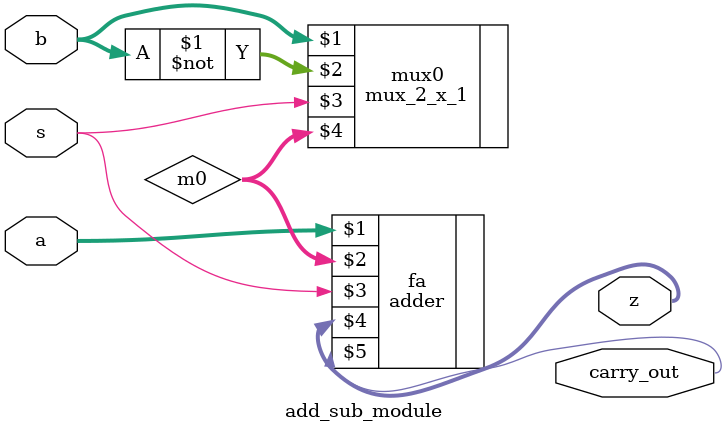
<source format=sv>
module add_sub_module
	#(parameter N = 4)
	(input [N - 1 : 0] a, b, input logic s, output [N - 1 : 0] z, output carry_out);
	
	logic [N - 1 : 0] m0;
	
	mux_2_x_1 #(N) mux0(b, ~b, s, m0);
		
	adder #(N) fa(a, m0, s, z, carry_out);
	
endmodule

</source>
